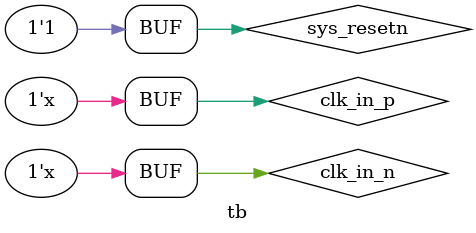
<source format=v>
`timescale 1ns/1ps

module tb;
//---------------------------------------------
// Wires and Regs
//---------------------------------------------
	reg clk_in_p;
	reg clk_in_n;
	//wire b0_sys_clk_p;
	//wire b0_sys_clk_n;
	wire b0_nand_clk0;
	//wire b0_nand_clk1;
	//wire b0_nand_clk2;
	//wire b0_nand_clk3;
	
	wire [7:0] b0_dq;
	wire b0_dqs;
	wire b0_cle;
	wire b0_ale;
	wire b0_wrn;
	wire b0_wpn;
	wire [1:0] b0_cen;
	wire  [3:0] b0_rb;
	wire [7:0] b0_debug;
	wire [7:0] b0_debug90;
	reg sys_resetn;
	
	//debug
	//wire debug_ctrl;	
	 

//---------------------------------------------
// Module instantiation
//---------------------------------------------
nand_model nand_model (
	//clocks
	.Clk_We_n(b0_nand_clk0),
	.Clk_We2_n(/*b0_nand_clk0*/),
	
	//CE
	.Ce_n(b0_cen[0]),
	.Ce2_n(/*b0_cen[1]*/),
	.Ce3_n(/*b0_cen[2]*/),
	.Ce4_n(/*b0_cen[3]*/),
	
	//Ready/busy
	.Rb_n(b0_rb[0]),
	.Rb2_n(b0_rb[1]),
	.Rb3_n(b0_rb[2]),
	.Rb4_n(b0_rb[3]),
	 
	//DQ DQS
	.Dqs(b0_dqs), 
	.Dq_Io(b0_dq[7:0]), 
	.Dqs2(/*b0_dqs[1]*/),
	.Dq_Io2(/*b0_dq[15:8]*/),
	 
	//ALE CLE WR WP
	.Cle(b0_cle), 
	.Cle2(/*b0_cle[1]*/),
   .Ale(b0_ale), 
	.Ale2(/*b0_ale[1]*/),
	.Wr_Re_n(b0_wrn), 
	.Wr_Re2_n(/*b0_wrn[1]*/),
	.Wp_n(b0_wpn), 
	.Wp2_n(/*b0_wpn[1]*/)
);

mkNandController u_nand_controller(
		.CLK_sysClkP(clk_in_p),
		 .CLK_sysClkN(clk_in_n),
		 .RST_N_sysRstn(sys_resetn),

		 .DQ(b0_dq),
		 .DQS(b0_dqs),

		 .NAND_CLK(b0_nand_clk0),

		 .CLE(b0_cle),

		 .ALE(b0_ale),

		 .WRN(b0_wrn),

		 .WPN(b0_wpn),

		 .CEN(b0_cen),
		 .DEBUG(b0_debug),
		 .DEBUG90(b0_debug90)
	 );
	 /*
		.sys_resetn(sys_resetn), //from FMC
		
		.sys_clk_p(clk_in_p),
		.sys_clk_n(clk_in_n),
		.nand_clk(b0_nand_clk0),
		
		.dq(b0_dq),
		.dqs(b0_dqs),
		.cle(b0_cle),
		.ale(b0_ale),
		.wrn(b0_wrn),
		.wpn(b0_wpn),
		.cen(b0_cen),
		.rb(b0_rb)
		
); 
*/
//---------------------------------------------
// Simulation
//---------------------------------------------

initial begin
	clk_in_p = 0;
	clk_in_n = 1;
	
	//reset for a bit
	//sys_resetn = 0;
	//#200
	sys_resetn = 1;
	
	//for now just wait a long time before ending simulation
	//#100000000000000
	//$finish;
end

//100MHz differential clock
//can probably just assign clk_in_n=~clk_in_p ?
always begin
	#5 clk_in_p=~clk_in_p;
end
always begin
	#5 clk_in_n=~clk_in_n;
end

//reg [7:0] b0_dq_out;
//reg b0_dqs_out;

//assign b0_dq = (b0_ale==0) ? b0_dq_out : 8'hZZ;
//assign b0_dq = b0_dq_out;
//assign b0_dqs = (b0_ale==0) ? b0_dqs_out : 1'bZ;
//assign b0_dqs = b0_dqs_out;

/*
always begin
		#1000
		b0_dq_out = 8'h0;
		b0_dqs_out = 1'b0;
		#503
		b0_dq_out = 8'hDE;
		b0_dqs_out = 1'b1;
		#5
		b0_dq_out = 8'hAD;
		b0_dqs_out = 1'b0;
		#5
		b0_dq_out = 8'hBE;
		b0_dqs_out = 1'b1;
		#5
		b0_dq_out = 8'hEF;
		b0_dqs_out = 1'b0;
		#5
		b0_dq_out = 8'h0;
		b0_dqs_out = 1'b0;
		end
*/


/*


always @ (*)
begin
	if (debug_ctrl==0) begin
		#5
		b0_dq = 16'hDEAD;
		b0_dqs = 2'b11;
		#5
		b0_dq = 16'hBEEF;
		b0_dqs = 2'b11;
		
	end
	else begin
		b0_dq = 16'hZZZZ;
		b0_dqs = 2'bZZ;
	end
end

*/

endmodule

</source>
